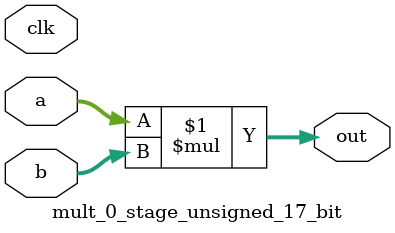
<source format=sv>
(* use_dsp = "yes" *) module mult_0_stage_unsigned_17_bit(
	input  [16:0] a,
	input  [16:0] b,
	output [16:0] out,
	input clk);

	assign out = a * b;
endmodule

</source>
